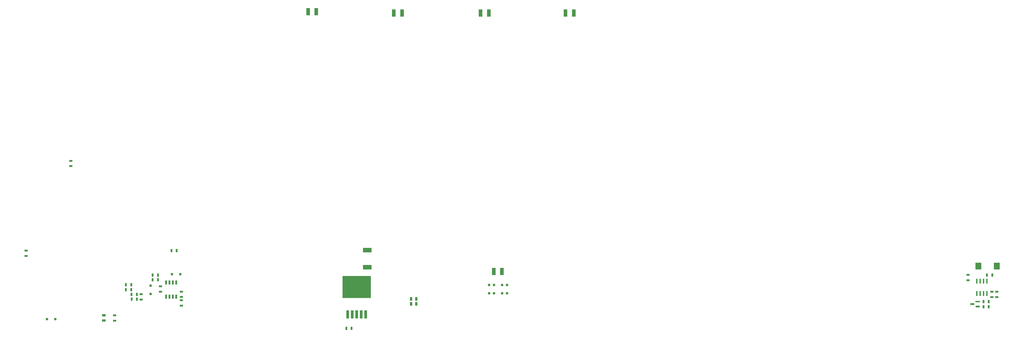
<source format=gbr>
%TF.GenerationSoftware,Altium Limited,Altium Designer,21.6.4 (81)*%
G04 Layer_Color=128*
%FSLAX43Y43*%
%MOMM*%
%TF.SameCoordinates,D4C572C6-D0EE-4933-9396-1D80D03FA8BE*%
%TF.FilePolarity,Positive*%
%TF.FileFunction,Paste,Bot*%
%TF.Part,Single*%
G01*
G75*
%TA.AperFunction,SMDPad,CuDef*%
%ADD77R,3.200X1.720*%
%ADD78R,1.659X0.627*%
G04:AMPARAMS|DCode=79|XSize=1.659mm|YSize=0.627mm|CornerRadius=0.313mm|HoleSize=0mm|Usage=FLASHONLY|Rotation=180.000|XOffset=0mm|YOffset=0mm|HoleType=Round|Shape=RoundedRectangle|*
%AMROUNDEDRECTD79*
21,1,1.659,0.000,0,0,180.0*
21,1,1.032,0.627,0,0,180.0*
1,1,0.627,-0.516,0.000*
1,1,0.627,0.516,0.000*
1,1,0.627,0.516,0.000*
1,1,0.627,-0.516,0.000*
%
%ADD79ROUNDEDRECTD79*%
%ADD80R,0.800X1.250*%
G04:AMPARAMS|DCode=81|XSize=1.55mm|YSize=0.6mm|CornerRadius=0.051mm|HoleSize=0mm|Usage=FLASHONLY|Rotation=90.000|XOffset=0mm|YOffset=0mm|HoleType=Round|Shape=RoundedRectangle|*
%AMROUNDEDRECTD81*
21,1,1.550,0.498,0,0,90.0*
21,1,1.448,0.600,0,0,90.0*
1,1,0.102,0.249,0.724*
1,1,0.102,0.249,-0.724*
1,1,0.102,-0.249,-0.724*
1,1,0.102,-0.249,0.724*
%
%ADD81ROUNDEDRECTD81*%
%ADD82R,0.543X1.874*%
G04:AMPARAMS|DCode=83|XSize=1.874mm|YSize=0.543mm|CornerRadius=0.272mm|HoleSize=0mm|Usage=FLASHONLY|Rotation=90.000|XOffset=0mm|YOffset=0mm|HoleType=Round|Shape=RoundedRectangle|*
%AMROUNDEDRECTD83*
21,1,1.874,0.000,0,0,90.0*
21,1,1.331,0.543,0,0,90.0*
1,1,0.543,0.000,0.665*
1,1,0.543,0.000,-0.665*
1,1,0.543,0.000,-0.665*
1,1,0.543,0.000,0.665*
%
%ADD83ROUNDEDRECTD83*%
%ADD84R,2.200X2.500*%
%ADD85R,1.250X0.800*%
%ADD86R,0.950X1.450*%
%ADD87R,1.016X3.050*%
%ADD88R,10.660X8.380*%
%ADD89R,1.405X2.806*%
%ADD90R,0.950X0.900*%
%ADD91R,0.900X0.950*%
%ADD92R,1.450X0.950*%
D77*
X183775Y30270D02*
D03*
Y36680D02*
D03*
D78*
X413650Y17275D02*
D03*
D79*
Y15445D02*
D03*
X411697Y16360D02*
D03*
D80*
X417200Y27300D02*
D03*
X419200D02*
D03*
X415875Y15325D02*
D03*
X417875D02*
D03*
X415875Y17275D02*
D03*
X417875D02*
D03*
X94950Y19950D02*
D03*
X96950D02*
D03*
X96975Y18250D02*
D03*
X94975D02*
D03*
X175850Y7225D02*
D03*
X177850D02*
D03*
X92800Y23625D02*
D03*
X94800D02*
D03*
X94825Y21800D02*
D03*
X92825D02*
D03*
X104900Y27300D02*
D03*
X102900D02*
D03*
X104875Y25475D02*
D03*
X102875D02*
D03*
X111975Y36525D02*
D03*
X109975D02*
D03*
D81*
X111792Y24513D02*
D03*
X110522D02*
D03*
X109252D02*
D03*
X107982D02*
D03*
Y19113D02*
D03*
X109252D02*
D03*
X110522D02*
D03*
X111792D02*
D03*
D82*
X417144Y20320D02*
D03*
D83*
X415874D02*
D03*
X414604D02*
D03*
X413334D02*
D03*
Y24952D02*
D03*
X414604D02*
D03*
X415874D02*
D03*
X417144D02*
D03*
D84*
X413975Y30675D02*
D03*
X420875D02*
D03*
D85*
X419025Y18975D02*
D03*
Y20975D02*
D03*
X420875D02*
D03*
Y18975D02*
D03*
X410025Y27325D02*
D03*
Y25325D02*
D03*
X55200Y34500D02*
D03*
Y36500D02*
D03*
X72100Y68300D02*
D03*
Y70300D02*
D03*
X98525Y18075D02*
D03*
Y20075D02*
D03*
X105875Y21050D02*
D03*
Y23050D02*
D03*
X113725Y17775D02*
D03*
Y15775D02*
D03*
X88550Y10100D02*
D03*
Y12100D02*
D03*
X113750Y21050D02*
D03*
Y19050D02*
D03*
D86*
X202200Y18325D02*
D03*
X200250D02*
D03*
X202200Y16400D02*
D03*
X200250D02*
D03*
D87*
X176371Y12492D02*
D03*
X178073D02*
D03*
X179775D02*
D03*
X181477D02*
D03*
X183179D02*
D03*
D88*
X179775Y22797D02*
D03*
D89*
X258424Y126000D02*
D03*
X261526D02*
D03*
X193724D02*
D03*
X196826D02*
D03*
X164551Y126500D02*
D03*
X161449D02*
D03*
X229526Y126000D02*
D03*
X226424D02*
D03*
X234476Y28600D02*
D03*
X231374D02*
D03*
D90*
X102150Y20175D02*
D03*
X102150Y23325D02*
D03*
X234500Y20425D02*
D03*
X234500Y23575D02*
D03*
X236375D02*
D03*
X236375Y20425D02*
D03*
X231475D02*
D03*
X231475Y23575D02*
D03*
X229600D02*
D03*
X229600Y20425D02*
D03*
D91*
X113325Y27625D02*
D03*
X110175Y27625D02*
D03*
X66225Y10700D02*
D03*
X63075Y10700D02*
D03*
D92*
X84525Y12100D02*
D03*
Y10150D02*
D03*
%TF.MD5,6598597e1b929eeb3e04fb83769dcb71*%
M02*

</source>
